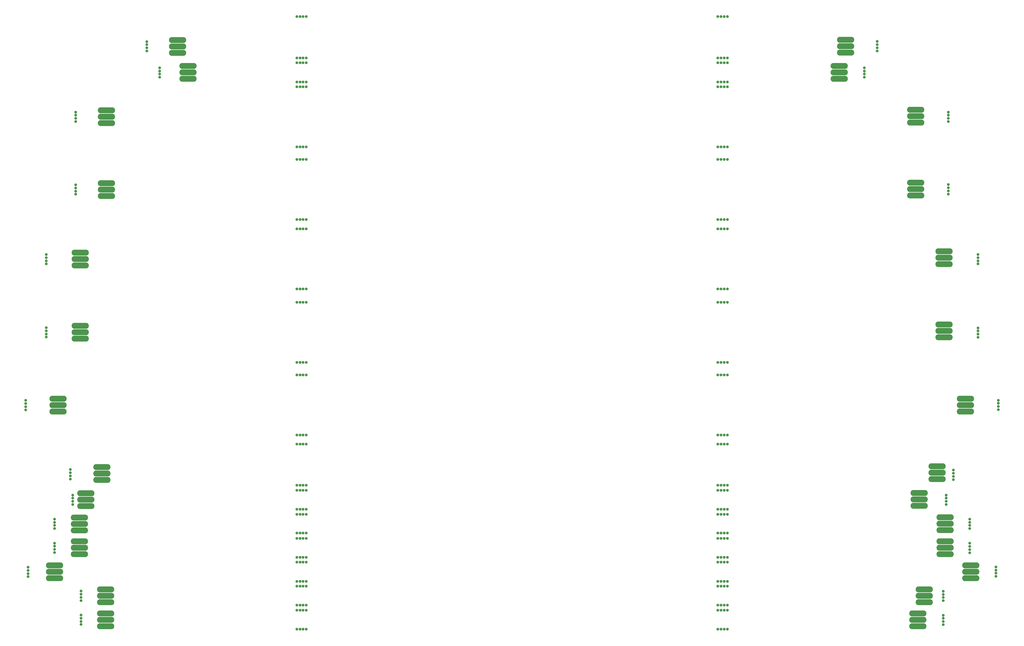
<source format=gbr>
G04 #@! TF.GenerationSoftware,KiCad,Pcbnew,(5.0.0-3-g5ebb6b6)*
G04 #@! TF.CreationDate,2019-02-22T00:56:02-08:00*
G04 #@! TF.ProjectId,Panel,50616E656C2E6B696361645F70636200,rev?*
G04 #@! TF.SameCoordinates,Original*
G04 #@! TF.FileFunction,Soldermask,Bot*
G04 #@! TF.FilePolarity,Negative*
%FSLAX45Y45*%
G04 Gerber Fmt 4.5, Leading zero omitted, Abs format (unit mm)*
G04 Created by KiCad (PCBNEW (5.0.0-3-g5ebb6b6)) date Friday, February 22, 2019 at 12:56:02 AM*
%MOMM*%
%LPD*%
G01*
G04 APERTURE LIST*
%ADD10C,0.900000*%
%ADD11O,5.480000X1.924000*%
G04 APERTURE END LIST*
D10*
G04 #@! TO.C,REF\002A\002A*
X7995000Y-5490000D03*
X7995000Y-5390000D03*
X7995000Y-5190000D03*
X7995000Y-5290000D03*
G04 #@! TD*
G04 #@! TO.C,REF\002A\002A*
X32895000Y-18835000D03*
X32895000Y-18735000D03*
X32895000Y-18935000D03*
X32895000Y-19035000D03*
G04 #@! TD*
G04 #@! TO.C,REF\002A\002A*
X7585000Y-4460000D03*
X7585000Y-4360000D03*
X7585000Y-4560000D03*
X7585000Y-4660000D03*
G04 #@! TD*
G04 #@! TO.C,REF\002A\002A*
X5335000Y-6695000D03*
X5335000Y-6595000D03*
X5335000Y-6795000D03*
X5335000Y-6895000D03*
G04 #@! TD*
G04 #@! TO.C,REF\002A\002A*
X5335000Y-9000000D03*
X5335000Y-8900000D03*
X5335000Y-9100000D03*
X5335000Y-9200000D03*
G04 #@! TD*
G04 #@! TO.C,REF\002A\002A*
X4400000Y-11210000D03*
X4400000Y-11110000D03*
X4400000Y-11310000D03*
X4400000Y-11410000D03*
G04 #@! TD*
G04 #@! TO.C,REF\002A\002A*
X4400000Y-13530000D03*
X4400000Y-13430000D03*
X4400000Y-13630000D03*
X4400000Y-13730000D03*
G04 #@! TD*
G04 #@! TO.C,REF\002A\002A*
X3755000Y-15835000D03*
X3755000Y-15735000D03*
X3755000Y-15935000D03*
X3755000Y-16035000D03*
G04 #@! TD*
G04 #@! TO.C,REF\002A\002A*
X5165000Y-18030000D03*
X5165000Y-17930000D03*
X5165000Y-18130000D03*
X5165000Y-18230000D03*
G04 #@! TD*
G04 #@! TO.C,REF\002A\002A*
X5245000Y-18835000D03*
X5245000Y-18735000D03*
X5245000Y-18935000D03*
X5245000Y-19035000D03*
G04 #@! TD*
G04 #@! TO.C,REF\002A\002A*
X4665000Y-19600000D03*
X4665000Y-19500000D03*
X4665000Y-19700000D03*
X4665000Y-19800000D03*
G04 #@! TD*
G04 #@! TO.C,REF\002A\002A*
X4665000Y-20360000D03*
X4665000Y-20260000D03*
X4665000Y-20460000D03*
X4665000Y-20560000D03*
G04 #@! TD*
G04 #@! TO.C,REF\002A\002A*
X3830000Y-21125000D03*
X3830000Y-21025000D03*
X3830000Y-21225000D03*
X3830000Y-21325000D03*
G04 #@! TD*
G04 #@! TO.C,REF\002A\002A*
X5500000Y-21880000D03*
X5500000Y-21780000D03*
X5500000Y-21980000D03*
X5500000Y-22080000D03*
G04 #@! TD*
G04 #@! TO.C,REF\002A\002A*
X5500000Y-22640000D03*
X5500000Y-22540000D03*
X5500000Y-22740000D03*
X5500000Y-22840000D03*
G04 #@! TD*
G04 #@! TO.C,REF\002A\002A*
X32800000Y-22645000D03*
X32800000Y-22545000D03*
X32800000Y-22745000D03*
X32800000Y-22845000D03*
G04 #@! TD*
G04 #@! TO.C,REF\002A\002A*
X32800000Y-21885000D03*
X32800000Y-21785000D03*
X32800000Y-21985000D03*
X32800000Y-22085000D03*
G04 #@! TD*
G04 #@! TO.C,REF\002A\002A*
X34465000Y-21115000D03*
X34465000Y-21015000D03*
X34465000Y-21215000D03*
X34465000Y-21315000D03*
G04 #@! TD*
G04 #@! TO.C,REF\002A\002A*
X33635000Y-20365000D03*
X33635000Y-20265000D03*
X33635000Y-20465000D03*
X33635000Y-20565000D03*
G04 #@! TD*
G04 #@! TO.C,REF\002A\002A*
X33635000Y-19600000D03*
X33635000Y-19500000D03*
X33635000Y-19700000D03*
X33635000Y-19800000D03*
G04 #@! TD*
G04 #@! TO.C,REF\002A\002A*
X33120000Y-18045000D03*
X33120000Y-17945000D03*
X33120000Y-18145000D03*
X33120000Y-18245000D03*
G04 #@! TD*
G04 #@! TO.C,REF\002A\002A*
X34540000Y-15830000D03*
X34540000Y-15730000D03*
X34540000Y-15930000D03*
X34540000Y-16030000D03*
G04 #@! TD*
G04 #@! TO.C,REF\002A\002A*
X33900000Y-13535000D03*
X33900000Y-13435000D03*
X33900000Y-13635000D03*
X33900000Y-13735000D03*
G04 #@! TD*
G04 #@! TO.C,REF\002A\002A*
X33900000Y-11210000D03*
X33900000Y-11110000D03*
X33900000Y-11310000D03*
X33900000Y-11410000D03*
G04 #@! TD*
G04 #@! TO.C,REF\002A\002A*
X32960000Y-8995000D03*
X32960000Y-8895000D03*
X32960000Y-9095000D03*
X32960000Y-9195000D03*
G04 #@! TD*
G04 #@! TO.C,REF\002A\002A*
X32960000Y-6695000D03*
X32960000Y-6595000D03*
X32960000Y-6795000D03*
X32960000Y-6895000D03*
G04 #@! TD*
G04 #@! TO.C,REF\002A\002A*
X30305000Y-5290000D03*
X30305000Y-5190000D03*
X30305000Y-5390000D03*
X30305000Y-5490000D03*
G04 #@! TD*
G04 #@! TO.C,REF\002A\002A*
X30705000Y-4455000D03*
X30705000Y-4355000D03*
X30705000Y-4555000D03*
X30705000Y-4655000D03*
G04 #@! TD*
G04 #@! TO.C,REF\002A\002A*
X25865000Y-22990000D03*
X25965000Y-22990000D03*
X25765000Y-22990000D03*
X25665000Y-22990000D03*
G04 #@! TD*
G04 #@! TO.C,REF\002A\002A*
X12535000Y-22990000D03*
X12635000Y-22990000D03*
X12435000Y-22990000D03*
X12335000Y-22990000D03*
G04 #@! TD*
G04 #@! TO.C,REF\002A\002A*
X25865000Y-22390000D03*
X25965000Y-22390000D03*
X25765000Y-22390000D03*
X25665000Y-22390000D03*
G04 #@! TD*
G04 #@! TO.C,REF\002A\002A*
X12535000Y-22390000D03*
X12635000Y-22390000D03*
X12435000Y-22390000D03*
X12335000Y-22390000D03*
G04 #@! TD*
G04 #@! TO.C,REF\002A\002A*
X25865000Y-22230000D03*
X25965000Y-22230000D03*
X25765000Y-22230000D03*
X25665000Y-22230000D03*
G04 #@! TD*
G04 #@! TO.C,REF\002A\002A*
X12535000Y-22230000D03*
X12635000Y-22230000D03*
X12435000Y-22230000D03*
X12335000Y-22230000D03*
G04 #@! TD*
G04 #@! TO.C,REF\002A\002A*
X25865000Y-21630000D03*
X25965000Y-21630000D03*
X25765000Y-21630000D03*
X25665000Y-21630000D03*
G04 #@! TD*
G04 #@! TO.C,REF\002A\002A*
X12535000Y-21630000D03*
X12635000Y-21630000D03*
X12435000Y-21630000D03*
X12335000Y-21630000D03*
G04 #@! TD*
G04 #@! TO.C,REF\002A\002A*
X25865000Y-21470000D03*
X25965000Y-21470000D03*
X25765000Y-21470000D03*
X25665000Y-21470000D03*
G04 #@! TD*
G04 #@! TO.C,REF\002A\002A*
X12535000Y-21470000D03*
X12635000Y-21470000D03*
X12435000Y-21470000D03*
X12335000Y-21470000D03*
G04 #@! TD*
G04 #@! TO.C,REF\002A\002A*
X12535000Y-20865000D03*
X12635000Y-20865000D03*
X12435000Y-20865000D03*
X12335000Y-20865000D03*
G04 #@! TD*
G04 #@! TO.C,REF\002A\002A*
X25865000Y-20865000D03*
X25965000Y-20865000D03*
X25765000Y-20865000D03*
X25665000Y-20865000D03*
G04 #@! TD*
G04 #@! TO.C,REF\002A\002A*
X12535000Y-20710000D03*
X12635000Y-20710000D03*
X12435000Y-20710000D03*
X12335000Y-20710000D03*
G04 #@! TD*
G04 #@! TO.C,REF\002A\002A*
X25865000Y-20710000D03*
X25965000Y-20710000D03*
X25765000Y-20710000D03*
X25665000Y-20710000D03*
G04 #@! TD*
G04 #@! TO.C,REF\002A\002A*
X12535000Y-20110000D03*
X12635000Y-20110000D03*
X12435000Y-20110000D03*
X12335000Y-20110000D03*
G04 #@! TD*
G04 #@! TO.C,REF\002A\002A*
X25865000Y-20110000D03*
X25965000Y-20110000D03*
X25765000Y-20110000D03*
X25665000Y-20110000D03*
G04 #@! TD*
G04 #@! TO.C,REF\002A\002A*
X12535000Y-19945000D03*
X12635000Y-19945000D03*
X12435000Y-19945000D03*
X12335000Y-19945000D03*
G04 #@! TD*
G04 #@! TO.C,REF\002A\002A*
X25865000Y-19945000D03*
X25965000Y-19945000D03*
X25765000Y-19945000D03*
X25665000Y-19945000D03*
G04 #@! TD*
G04 #@! TO.C,REF\002A\002A*
X12535000Y-19345000D03*
X12635000Y-19345000D03*
X12435000Y-19345000D03*
X12335000Y-19345000D03*
G04 #@! TD*
G04 #@! TO.C,REF\002A\002A*
X25865000Y-19345000D03*
X25965000Y-19345000D03*
X25765000Y-19345000D03*
X25665000Y-19345000D03*
G04 #@! TD*
G04 #@! TO.C,REF\002A\002A*
X12535000Y-19185000D03*
X12635000Y-19185000D03*
X12435000Y-19185000D03*
X12335000Y-19185000D03*
G04 #@! TD*
G04 #@! TO.C,REF\002A\002A*
X25865000Y-19185000D03*
X25965000Y-19185000D03*
X25765000Y-19185000D03*
X25665000Y-19185000D03*
G04 #@! TD*
G04 #@! TO.C,REF\002A\002A*
X12535000Y-18585000D03*
X12635000Y-18585000D03*
X12435000Y-18585000D03*
X12335000Y-18585000D03*
G04 #@! TD*
G04 #@! TO.C,REF\002A\002A*
X25865000Y-18585000D03*
X25965000Y-18585000D03*
X25765000Y-18585000D03*
X25665000Y-18585000D03*
G04 #@! TD*
G04 #@! TO.C,REF\002A\002A*
X12535000Y-18425000D03*
X12635000Y-18425000D03*
X12435000Y-18425000D03*
X12335000Y-18425000D03*
G04 #@! TD*
G04 #@! TO.C,REF\002A\002A*
X25865000Y-18425000D03*
X25965000Y-18425000D03*
X25765000Y-18425000D03*
X25665000Y-18425000D03*
G04 #@! TD*
G04 #@! TO.C,REF\002A\002A*
X12535000Y-17120000D03*
X12635000Y-17120000D03*
X12435000Y-17120000D03*
X12335000Y-17120000D03*
G04 #@! TD*
G04 #@! TO.C,REF\002A\002A*
X25865000Y-17120000D03*
X25965000Y-17120000D03*
X25765000Y-17120000D03*
X25665000Y-17120000D03*
G04 #@! TD*
G04 #@! TO.C,REF\002A\002A*
X12535000Y-16830000D03*
X12635000Y-16830000D03*
X12435000Y-16830000D03*
X12335000Y-16830000D03*
G04 #@! TD*
G04 #@! TO.C,REF\002A\002A*
X25865000Y-16830000D03*
X25965000Y-16830000D03*
X25765000Y-16830000D03*
X25665000Y-16830000D03*
G04 #@! TD*
G04 #@! TO.C,REF\002A\002A*
X25865000Y-14925000D03*
X25965000Y-14925000D03*
X25765000Y-14925000D03*
X25665000Y-14925000D03*
G04 #@! TD*
G04 #@! TO.C,REF\002A\002A*
X12535000Y-14925000D03*
X12635000Y-14925000D03*
X12435000Y-14925000D03*
X12335000Y-14925000D03*
G04 #@! TD*
G04 #@! TO.C,REF\002A\002A*
X12535000Y-14530000D03*
X12635000Y-14530000D03*
X12435000Y-14530000D03*
X12335000Y-14530000D03*
G04 #@! TD*
G04 #@! TO.C,REF\002A\002A*
X25865000Y-14530000D03*
X25965000Y-14530000D03*
X25765000Y-14530000D03*
X25665000Y-14530000D03*
G04 #@! TD*
G04 #@! TO.C,REF\002A\002A*
X12535000Y-12625000D03*
X12635000Y-12625000D03*
X12435000Y-12625000D03*
X12335000Y-12625000D03*
G04 #@! TD*
G04 #@! TO.C,REF\002A\002A*
X25865000Y-12625000D03*
X25965000Y-12625000D03*
X25765000Y-12625000D03*
X25665000Y-12625000D03*
G04 #@! TD*
G04 #@! TO.C,REF\002A\002A*
X12535000Y-12205000D03*
X12635000Y-12205000D03*
X12435000Y-12205000D03*
X12335000Y-12205000D03*
G04 #@! TD*
G04 #@! TO.C,REF\002A\002A*
X25865000Y-12205000D03*
X25965000Y-12205000D03*
X25765000Y-12205000D03*
X25665000Y-12205000D03*
G04 #@! TD*
G04 #@! TO.C,REF\002A\002A*
X12535000Y-10300000D03*
X12635000Y-10300000D03*
X12435000Y-10300000D03*
X12335000Y-10300000D03*
G04 #@! TD*
G04 #@! TO.C,REF\002A\002A*
X25865000Y-10300000D03*
X25965000Y-10300000D03*
X25765000Y-10300000D03*
X25665000Y-10300000D03*
G04 #@! TD*
G04 #@! TO.C,REF\002A\002A*
X12535000Y-10005000D03*
X12635000Y-10005000D03*
X12435000Y-10005000D03*
X12335000Y-10005000D03*
G04 #@! TD*
G04 #@! TO.C,REF\002A\002A*
X25865000Y-10005000D03*
X25965000Y-10005000D03*
X25765000Y-10005000D03*
X25665000Y-10005000D03*
G04 #@! TD*
G04 #@! TO.C,REF\002A\002A*
X12535000Y-8095000D03*
X12635000Y-8095000D03*
X12435000Y-8095000D03*
X12335000Y-8095000D03*
G04 #@! TD*
G04 #@! TO.C,REF\002A\002A*
X25865000Y-8095000D03*
X25965000Y-8095000D03*
X25765000Y-8095000D03*
X25665000Y-8095000D03*
G04 #@! TD*
G04 #@! TO.C,REF\002A\002A*
X12535000Y-7700000D03*
X12635000Y-7700000D03*
X12435000Y-7700000D03*
X12335000Y-7700000D03*
G04 #@! TD*
G04 #@! TO.C,REF\002A\002A*
X25865000Y-7700000D03*
X25965000Y-7700000D03*
X25765000Y-7700000D03*
X25665000Y-7700000D03*
G04 #@! TD*
G04 #@! TO.C,REF\002A\002A*
X12535000Y-5795000D03*
X12635000Y-5795000D03*
X12435000Y-5795000D03*
X12335000Y-5795000D03*
G04 #@! TD*
G04 #@! TO.C,REF\002A\002A*
X25865000Y-5795000D03*
X25965000Y-5795000D03*
X25765000Y-5795000D03*
X25665000Y-5795000D03*
G04 #@! TD*
G04 #@! TO.C,REF\002A\002A*
X12535000Y-5640000D03*
X12635000Y-5640000D03*
X12435000Y-5640000D03*
X12335000Y-5640000D03*
G04 #@! TD*
G04 #@! TO.C,REF\002A\002A*
X25865000Y-5640000D03*
X25965000Y-5640000D03*
X25765000Y-5640000D03*
X25665000Y-5640000D03*
G04 #@! TD*
G04 #@! TO.C,REF\002A\002A*
X12535000Y-5035000D03*
X12635000Y-5035000D03*
X12435000Y-5035000D03*
X12335000Y-5035000D03*
G04 #@! TD*
G04 #@! TO.C,REF\002A\002A*
X25865000Y-5035000D03*
X25965000Y-5035000D03*
X25765000Y-5035000D03*
X25665000Y-5035000D03*
G04 #@! TD*
G04 #@! TO.C,REF\002A\002A*
X12535000Y-4875000D03*
X12635000Y-4875000D03*
X12435000Y-4875000D03*
X12335000Y-4875000D03*
G04 #@! TD*
G04 #@! TO.C,REF\002A\002A*
X25865000Y-4875000D03*
X25965000Y-4875000D03*
X25765000Y-4875000D03*
X25665000Y-4875000D03*
G04 #@! TD*
G04 #@! TO.C,REF\002A\002A*
X25865000Y-3570000D03*
X25965000Y-3570000D03*
X25765000Y-3570000D03*
X25665000Y-3570000D03*
G04 #@! TD*
G04 #@! TO.C,REF\002A\002A*
X12535000Y-3570000D03*
X12635000Y-3570000D03*
X12435000Y-3570000D03*
X12335000Y-3570000D03*
G04 #@! TD*
D11*
G04 #@! TO.C,J1*
X4669200Y-21370100D03*
X4669200Y-21166900D03*
X4669200Y-20963700D03*
G04 #@! TD*
G04 #@! TO.C,J2*
X33676000Y-21370100D03*
X33676000Y-21166900D03*
X33676000Y-20963700D03*
G04 #@! TD*
G04 #@! TO.C,J2*
X31924844Y-8832348D03*
X31924844Y-9035548D03*
X31924844Y-9238748D03*
G04 #@! TD*
G04 #@! TO.C,J1*
X6307420Y-8847588D03*
X6307420Y-9050788D03*
X6307420Y-9253988D03*
G04 #@! TD*
G04 #@! TO.C,J2*
X32829350Y-13327250D03*
X32829350Y-13530450D03*
X32829350Y-13733650D03*
G04 #@! TD*
G04 #@! TO.C,J1*
X5474820Y-13370176D03*
X5474820Y-13573376D03*
X5474820Y-13776576D03*
G04 #@! TD*
G04 #@! TO.C,J2*
X32858814Y-20203088D03*
X32858814Y-20406288D03*
X32858814Y-20609488D03*
G04 #@! TD*
G04 #@! TO.C,J1*
X5453992Y-20207152D03*
X5453992Y-20410352D03*
X5453992Y-20613552D03*
G04 #@! TD*
G04 #@! TO.C,J2*
X31998206Y-22486154D03*
X31998206Y-22689354D03*
X31998206Y-22892554D03*
G04 #@! TD*
G04 #@! TO.C,J1*
X6282992Y-22493012D03*
X6282992Y-22696212D03*
X6282992Y-22899412D03*
G04 #@! TD*
G04 #@! TO.C,J2*
X31924744Y-6931648D03*
X31924744Y-6728448D03*
X31924744Y-6525248D03*
G04 #@! TD*
G04 #@! TO.C,J1*
X6282992Y-22137512D03*
X6282992Y-21934312D03*
X6282992Y-21731112D03*
G04 #@! TD*
G04 #@! TO.C,J2*
X32198206Y-22130654D03*
X32198206Y-21927454D03*
X32198206Y-21724254D03*
G04 #@! TD*
G04 #@! TO.C,J1*
X5474820Y-11458876D03*
X5474820Y-11255676D03*
X5474820Y-11052476D03*
G04 #@! TD*
G04 #@! TO.C,J2*
X32829350Y-11415950D03*
X32829350Y-11212750D03*
X32829350Y-11009550D03*
G04 #@! TD*
G04 #@! TO.C,J1*
X5450492Y-19855052D03*
X5450492Y-19651852D03*
X5450492Y-19448652D03*
G04 #@! TD*
G04 #@! TO.C,J2*
X32855314Y-19850988D03*
X32855314Y-19647788D03*
X32855314Y-19444588D03*
G04 #@! TD*
G04 #@! TO.C,J1*
X4774400Y-16092700D03*
X4774400Y-15889500D03*
X4774400Y-15686300D03*
G04 #@! TD*
G04 #@! TO.C,J2*
X33501800Y-16092700D03*
X33501800Y-15889500D03*
X33501800Y-15686300D03*
G04 #@! TD*
G04 #@! TO.C,J1*
X6166600Y-18253200D03*
X6166600Y-18050000D03*
X6166600Y-17846800D03*
G04 #@! TD*
G04 #@! TO.C,J2*
X32608000Y-18227800D03*
X32608000Y-18024600D03*
X32608000Y-17821400D03*
G04 #@! TD*
G04 #@! TO.C,J1*
X5651854Y-19088678D03*
X5651854Y-18885478D03*
X5651854Y-18682278D03*
G04 #@! TD*
G04 #@! TO.C,J2*
X32042200Y-19074200D03*
X32042200Y-18871000D03*
X32042200Y-18667800D03*
G04 #@! TD*
G04 #@! TO.C,J2*
X29506040Y-5538240D03*
X29506040Y-5335040D03*
X29506040Y-5131840D03*
G04 #@! TD*
G04 #@! TO.C,J1*
X8891400Y-5535440D03*
X8891400Y-5332240D03*
X8891400Y-5129040D03*
G04 #@! TD*
G04 #@! TO.C,J1*
X6307320Y-6946888D03*
X6307320Y-6743688D03*
X6307320Y-6540488D03*
G04 #@! TD*
G04 #@! TO.C,J2*
X29710260Y-4712362D03*
X29710260Y-4509162D03*
X29710260Y-4305962D03*
G04 #@! TD*
G04 #@! TO.C,J1*
X8559360Y-4719862D03*
X8559360Y-4516662D03*
X8559360Y-4313462D03*
G04 #@! TD*
M02*

</source>
